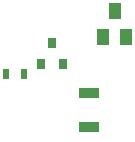
<source format=gtp>
%FSLAX33Y33*%
%MOMM*%
%AMRect-W900000-H1700000-RO0.500*
21,1,0.9,1.7,0.,0.,270*%
%ADD10R,0.802X0.972*%
%ADD11Rect-W900000-H1700000-RO0.500*%
%ADD12R,1.X1.4*%
%ADD13R,0.5X0.9*%
D10*
%LNtop paste_traces*%
%LNtop paste component af7a60d08cf0a9d3*%
G01*
X-1881Y-1087D03*
X0019Y-1087D03*
X-0931Y0683D03*
%LNtop paste component f9ffbb3d02f459f2*%
D11*
X2187Y-3537D03*
X2187Y-6437D03*
%LNtop paste component 1f3facd00bbf78ff*%
D12*
X3427Y1169D03*
X5327Y1169D03*
X4377Y3369D03*
%LNtop paste component 316bbb3788b91dce*%
D13*
X-4807Y-1943D03*
X-3307Y-1943D03*
M02*
</source>
